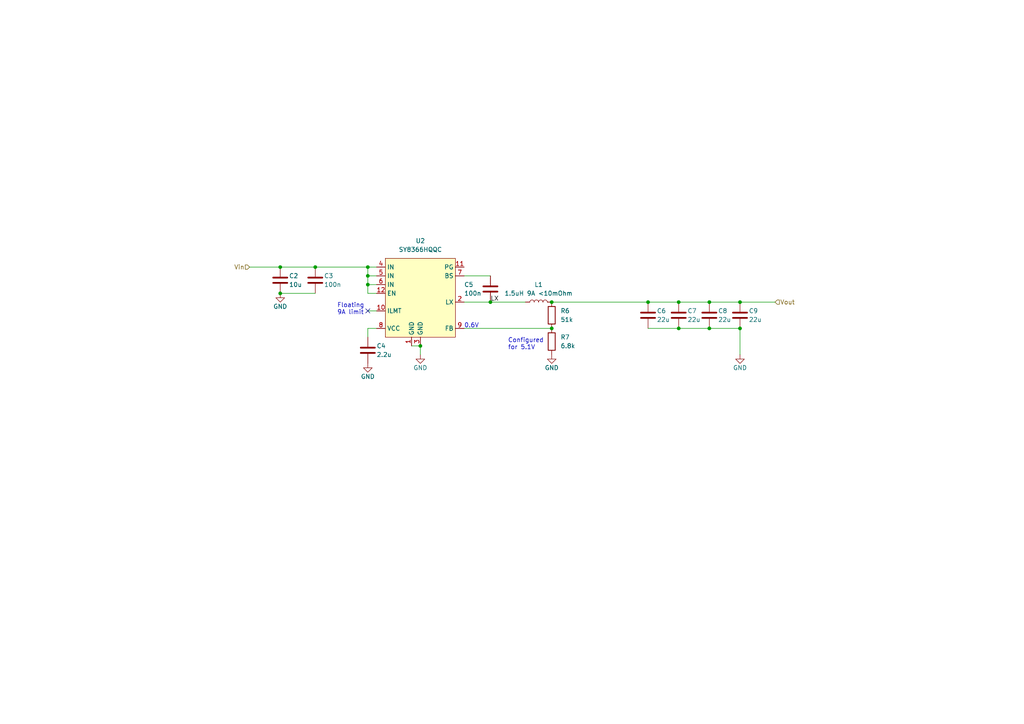
<source format=kicad_sch>
(kicad_sch (version 20230121) (generator eeschema)
  (paper "A4")
  (lib_symbols
    (symbol "Device:C" (pin_numbers hide) (pin_names (offset 0.254))
      (property "Reference" "C" (at 0.635 2.54 0))
      (property "Value" "C" (at 0.635 -2.54 0))
      (symbol "C_0_1"
        (polyline (pts (xy -2.032 -0.762) (xy 2.032 -0.762)) (stroke (width 0.508)))
        (polyline (pts (xy -2.032 0.762) (xy 2.032 0.762)) (stroke (width 0.508)))
      )
      (symbol "C_1_1"
        (pin passive line (at 0 3.81 270) (length 2.794) (name "~") (number "1"))
        (pin passive line (at 0 -3.81 90) (length 2.794) (name "~") (number "2"))
      )
    )
    (symbol "Device:L" (pin_numbers hide) (pin_names (offset 1.016) hide)
      (property "Reference" "L" (at -1.27 0 90))
      (property "Value" "L" (at 1.905 0 90))
      (symbol "L_0_1"
        (arc (start 0 -2.54) (mid 0.6323 -1.905) (end 0 -1.27))
        (arc (start 0 -1.27) (mid 0.6323 -0.635) (end 0 0))
        (arc (start 0 0) (mid 0.6323 0.635) (end 0 1.27))
        (arc (start 0 1.27) (mid 0.6323 1.905) (end 0 2.54))
      )
      (symbol "L_1_1"
        (pin passive line (at 0 3.81 270) (length 1.27) (name "1") (number "1"))
        (pin passive line (at 0 -3.81 90) (length 1.27) (name "2") (number "2"))
      )
    )
    (symbol "Device:R" (pin_numbers hide) (pin_names (offset 0))
      (property "Reference" "R" (at 2.032 0 90))
      (property "Value" "R" (at 0 0 90))
      (symbol "R_0_1"
        (rectangle (start -1.016 -2.54) (end 1.016 2.54) (stroke (width 0.254)))
      )
      (symbol "R_1_1"
        (pin passive line (at 0 3.81 270) (length 1.27) (name "~") (number "1"))
        (pin passive line (at 0 -3.81 90) (length 1.27) (name "~") (number "2"))
      )
    )
    (symbol "Project:SY8366HQQC"
      (property "Reference" "U" (at 0 12.7 0))
      (property "Value" "SY8366HQQC" (at 0 10.16 0))
      (symbol "SY8366HQQC_0_1"
        (rectangle (start -10.16 8.89) (end 10.16 -13.97) (fill (type background)))
        (pin unspecified line (at -2.54 -16.51 90) (length 2.54) (name "GND") (number "1"))
        (pin unspecified line (at -12.7 -6.35 0) (length 2.54) (name "ILMT") (number "10"))
        (pin unspecified line (at 12.7 6.35 180) (length 2.54) (name "PG") (number "11"))
        (pin unspecified line (at -12.7 -1.27 0) (length 2.54) (name "EN") (number "12"))
        (pin unspecified line (at 12.7 -3.81 180) (length 2.54) (name "LX") (number "2"))
        (pin unspecified line (at -12.7 3.81 0) (length 2.54) (name "IN") (number "5"))
        (pin unspecified line (at -12.7 1.27 0) (length 2.54) (name "IN") (number "6"))
        (pin unspecified line (at 12.7 3.81 180) (length 2.54) (name "BS") (number "7"))
        (pin unspecified line (at -12.7 -11.43 0) (length 2.54) (name "VCC") (number "8"))
        (pin unspecified line (at 12.7 -11.43 180) (length 2.54) (name "FB") (number "9"))
      )
      (symbol "SY8366HQQC_1_1"
        (pin unspecified line (at 0 -16.51 90) (length 2.54) (name "GND") (number "3"))
        (pin unspecified line (at -12.7 6.35 0) (length 2.54) (name "IN") (number "4"))
      )
    )
    (symbol "power:GND" (power) (pin_names (offset 0))
      (property "Value" "GND" (at 0 -3.81 0))
      (symbol "GND_0_1"
        (polyline (pts (xy 0 0) (xy 0 -1.27) (xy 1.27 -1.27) (xy 0 -2.54) (xy -1.27 -1.27) (xy 0 -1.27)))
      )
      (symbol "GND_1_1"
        (pin power_in line (at 0 0 270) (length 0) hide (name "GND") (number "1"))
      )
    )
  )
  (junction (at 106.68 80.01))
  (junction (at 160.02 95.25))
  (junction (at 205.74 87.63))
  (junction (at 214.63 95.25))
  (junction (at 214.63 87.63))
  (junction (at 142.24 87.63))
  (junction (at 187.96 87.63))
  (junction (at 196.85 95.25))
  (junction (at 160.02 87.63))
  (junction (at 205.74 95.25))
  (junction (at 81.28 85.09))
  (junction (at 91.44 77.47))
  (junction (at 106.68 82.55))
  (junction (at 196.85 87.63))
  (junction (at 121.92 100.33))
  (junction (at 81.28 77.47))
  (junction (at 106.68 77.47))
  (no_connect (at 106.68 90.17))
  (wire (pts (xy 214.63 87.63) (xy 224.79 87.63)))
  (wire (pts (xy 106.68 80.01) (xy 109.22 80.01)))
  (wire (pts (xy 106.68 85.09) (xy 106.68 82.55)))
  (wire (pts (xy 106.68 82.55) (xy 106.68 80.01)))
  (wire (pts (xy 109.22 95.25) (xy 106.68 95.25)))
  (wire (pts (xy 91.44 77.47) (xy 106.68 77.47)))
  (wire (pts (xy 187.96 87.63) (xy 196.85 87.63)))
  (wire (pts (xy 214.63 102.87) (xy 214.63 95.25)))
  (wire (pts (xy 196.85 87.63) (xy 205.74 87.63)))
  (wire (pts (xy 142.24 87.63) (xy 152.4 87.63)))
  (wire (pts (xy 121.92 102.87) (xy 121.92 100.33)))
  (wire (pts (xy 134.62 95.25) (xy 160.02 95.25)))
  (wire (pts (xy 106.68 82.55) (xy 109.22 82.55)))
  (wire (pts (xy 119.38 100.33) (xy 121.92 100.33)))
  (wire (pts (xy 205.74 95.25) (xy 214.63 95.25)))
  (wire (pts (xy 106.68 77.47) (xy 109.22 77.47)))
  (wire (pts (xy 81.28 85.09) (xy 91.44 85.09)))
  (wire (pts (xy 134.62 80.01) (xy 142.24 80.01)))
  (wire (pts (xy 196.85 95.25) (xy 205.74 95.25)))
  (wire (pts (xy 134.62 87.63) (xy 142.24 87.63)))
  (wire (pts (xy 205.74 87.63) (xy 214.63 87.63)))
  (wire (pts (xy 106.68 90.17) (xy 109.22 90.17)))
  (wire (pts (xy 72.39 77.47) (xy 81.28 77.47)))
  (wire (pts (xy 106.68 95.25) (xy 106.68 97.79)))
  (wire (pts (xy 106.68 77.47) (xy 106.68 80.01)))
  (wire (pts (xy 187.96 95.25) (xy 196.85 95.25)))
  (wire (pts (xy 81.28 77.47) (xy 91.44 77.47)))
  (wire (pts (xy 109.22 85.09) (xy 106.68 85.09)))
  (wire (pts (xy 160.02 87.63) (xy 187.96 87.63)))
  (text "Floating\n9A limit" (at 97.79 91.44 0) (effects (font (size 1.27 1.27)) (justify left bottom)))
  (text "0.6V" (at 134.62 95.25 0) (effects (font (size 1.27 1.27)) (justify left bottom)))
  (text "Configured\nfor 5.1V" (at 147.32 101.6 0) (effects (font (size 1.27 1.27)) (justify left bottom)))
  (label "LX" (at 142.24 87.63 0))
  (hierarchical_label "Vout" (shape input) (at 224.79 87.63 0))
  (hierarchical_label "Vin" (shape input) (at 72.39 77.47 180))
  (symbol (lib_id "power:GND") (at 106.68 105.41 0) (unit 1)
    (property "Reference" "#PWR012" (effects hide))
    (property "Value" "GND" (at 106.68 109.22 0))
  )
  (symbol (lib_id "Device:C") (at 214.63 91.44 0) (unit 1)
    (property "Reference" "C9" (at 217.17 90.17 0) (effects (justify left)))
    (property "Value" "22u" (at 217.17 92.71 0) (effects (justify left)))
    (property "Footprint" "Capacitor_SMD:C_0805_2012Metric" (effects hide))
  )
  (symbol (lib_id "power:GND") (at 160.02 102.87 0) (unit 1)
    (property "Reference" "#PWR014" (effects hide))
    (property "Value" "GND" (at 160.02 106.68 0))
  )
  (symbol (lib_id "Project:SY8366HQQC") (at 121.92 83.82 0) (unit 1)
    (property "Reference" "U2" (at 121.92 69.85 0))
    (property "Value" "SY8366HQQC" (at 121.92 72.39 0))
    (property "Footprint" "Project:QFN-12_L3.0-W3.0-P0.45-TL-EP" (effects hide))
    (property "Datasheet" "https://lcsc.com/product-detail/DC-DC-Converters_Silergy_SY8366HQQC_SY8366HQQC_C178253.html" (effects hide))
    (property "LCSC Part" "C178253" (effects hide))
  )
  (symbol (lib_id "Device:L") (at 156.21 87.63 90) (unit 1)
    (property "Reference" "L1" (at 156.21 82.55 90))
    (property "Value" "1.5uH 9A <10mOhm" (at 156.21 85.09 90))
    (property "Footprint" "Project:IND-SMD_L7.0-W6.6" (effects hide))
  )
  (symbol (lib_id "Device:C") (at 91.44 81.28 0) (unit 1)
    (property "Reference" "C3" (at 93.98 80.01 0) (effects (justify left)))
    (property "Value" "100n" (at 93.98 82.55 0) (effects (justify left)))
    (property "Footprint" "Capacitor_SMD:C_0603_1608Metric" (effects hide))
  )
  (symbol (lib_id "Device:C") (at 81.28 81.28 0) (unit 1)
    (property "Reference" "C2" (at 83.82 80.01 0) (effects (justify left)))
    (property "Value" "10u" (at 83.82 82.55 0) (effects (justify left)))
    (property "Footprint" "Capacitor_SMD:C_0603_1608Metric" (effects hide))
  )
  (symbol (lib_id "Device:R") (at 160.02 91.44 0) (unit 1)
    (property "Reference" "R6" (at 162.56 90.17 0) (effects (justify left)))
    (property "Value" "51k" (at 162.56 92.71 0) (effects (justify left)))
    (property "Footprint" "Resistor_SMD:R_0603_1608Metric" (effects hide))
  )
  (symbol (lib_id "Device:C") (at 196.85 91.44 0) (unit 1)
    (property "Reference" "C7" (at 199.39 90.17 0) (effects (justify left)))
    (property "Value" "22u" (at 199.39 92.71 0) (effects (justify left)))
    (property "Footprint" "Capacitor_SMD:C_0805_2012Metric" (effects hide))
  )
  (symbol (lib_id "Device:C") (at 205.74 91.44 0) (unit 1)
    (property "Reference" "C8" (at 208.28 90.17 0) (effects (justify left)))
    (property "Value" "22u" (at 208.28 92.71 0) (effects (justify left)))
    (property "Footprint" "Capacitor_SMD:C_0805_2012Metric" (effects hide))
  )
  (symbol (lib_id "power:GND") (at 121.92 102.87 0) (unit 1)
    (property "Reference" "#PWR013" (effects hide))
    (property "Value" "GND" (at 121.92 106.68 0))
  )
  (symbol (lib_id "Device:C") (at 142.24 83.82 0) (unit 1)
    (property "Reference" "C5" (at 134.62 82.55 0) (effects (justify left)))
    (property "Value" "100n" (at 134.62 85.09 0) (effects (justify left)))
    (property "Footprint" "Capacitor_SMD:C_0603_1608Metric" (effects hide))
  )
  (symbol (lib_id "power:GND") (at 214.63 102.87 0) (unit 1)
    (property "Reference" "#PWR015" (effects hide))
    (property "Value" "GND" (at 214.63 106.68 0))
  )
  (symbol (lib_id "Device:C") (at 106.68 101.6 0) (unit 1)
    (property "Reference" "C4" (at 109.22 100.33 0) (effects (justify left)))
    (property "Value" "2.2u" (at 109.22 102.87 0) (effects (justify left)))
    (property "Footprint" "Capacitor_SMD:C_0603_1608Metric" (effects hide))
  )
  (symbol (lib_id "power:GND") (at 81.28 85.09 0) (unit 1)
    (property "Reference" "#PWR011" (effects hide))
    (property "Value" "GND" (at 81.28 88.9 0))
  )
  (symbol (lib_id "Device:R") (at 160.02 99.06 0) (unit 1)
    (property "Reference" "R7" (at 162.56 97.79 0) (effects (justify left)))
    (property "Value" "6.8k" (at 162.56 100.33 0) (effects (justify left)))
    (property "Footprint" "Resistor_SMD:R_0603_1608Metric" (effects hide))
  )
  (symbol (lib_id "Device:C") (at 187.96 91.44 0) (unit 1)
    (property "Reference" "C6" (at 190.5 90.17 0) (effects (justify left)))
    (property "Value" "22u" (at 190.5 92.71 0) (effects (justify left)))
    (property "Footprint" "Capacitor_SMD:C_0805_2012Metric" (effects hide))
  )
)
</source>
